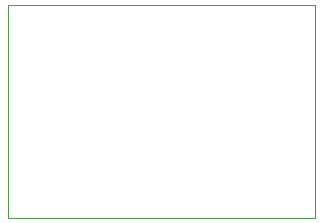
<source format=gm1>
G04 #@! TF.GenerationSoftware,KiCad,Pcbnew,9.0.1-9.0.1-0~ubuntu24.04.1*
G04 #@! TF.CreationDate,2025-04-23T13:35:14+02:00*
G04 #@! TF.ProjectId,ILM139C,494c4d31-3339-4432-9e6b-696361645f70,rev?*
G04 #@! TF.SameCoordinates,Original*
G04 #@! TF.FileFunction,Profile,NP*
%FSLAX46Y46*%
G04 Gerber Fmt 4.6, Leading zero omitted, Abs format (unit mm)*
G04 Created by KiCad (PCBNEW 9.0.1-9.0.1-0~ubuntu24.04.1) date 2025-04-23 13:35:14*
%MOMM*%
%LPD*%
G01*
G04 APERTURE LIST*
G04 #@! TA.AperFunction,Profile*
%ADD10C,0.010000*%
G04 #@! TD*
G04 APERTURE END LIST*
D10*
X90190500Y-51190500D02*
X90190500Y-69190500D01*
X116190500Y-51190500D02*
X116190500Y-69190500D01*
X116190500Y-69190500D02*
X90190500Y-69190500D01*
X90190500Y-51190500D02*
X116190500Y-51190500D01*
M02*

</source>
